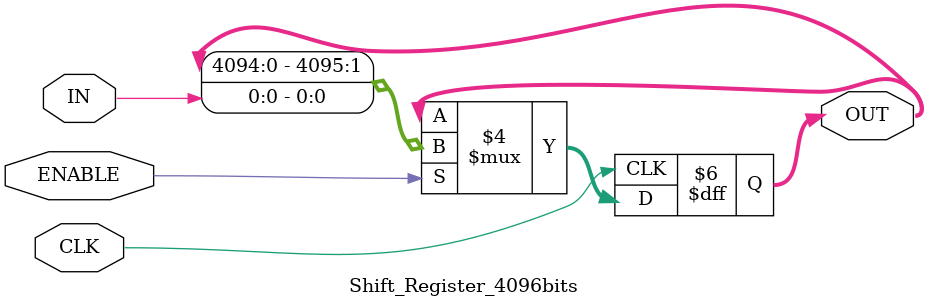
<source format=v>
module Shift_Register_4096bits(CLK,IN,ENABLE,OUT);
	input CLK;
	input IN;
	input ENABLE;
	output reg[4095:0]OUT=0;

	always @(posedge CLK)begin
		if(ENABLE)begin
			OUT<={OUT[4094:0],IN};
			//OUT<={IN,OUT[4095:1]};
		end
		else begin
			OUT<=OUT;
		end
	end
endmodule
</source>
